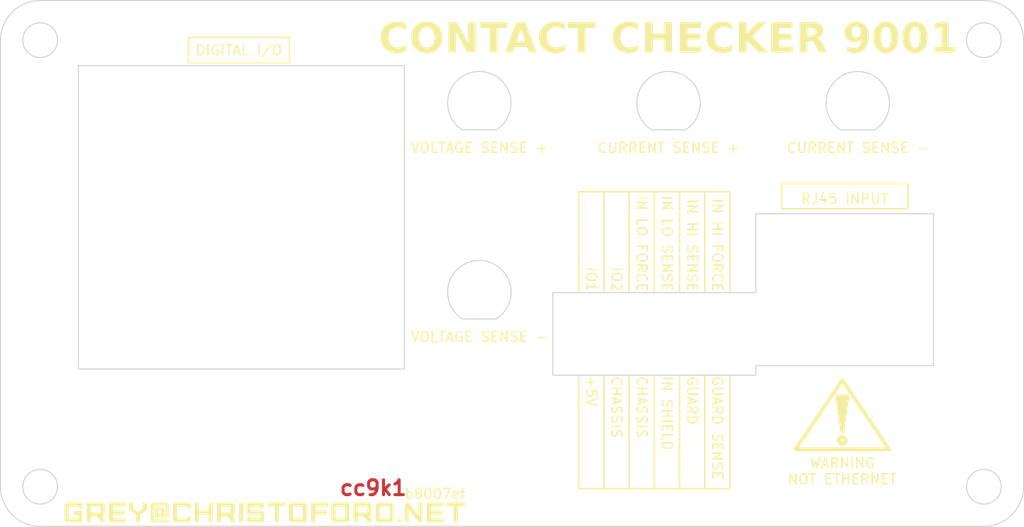
<source format=kicad_pcb>
(kicad_pcb (version 20221018) (generator pcbnew)
  (layers (0 "F.Cu" signal) (31 "B.Cu" signal) (34 "B.Paste" user) (35 "F.Paste" user) (36 "B.SilkS" user "B.Silkscreen") (37 "F.SilkS" user "F.Silkscreen") (38 "B.Mask" user) (39 "F.Mask" user) (44 "Edge.Cuts" user))
  (net 0 "")
  (footprint "custom:logo" (layer "F.Cu") (at 120.552037 68.090306)
    (fp_text reference "G***" hide)
    (fp_text value "LOGO" hide)
    (fp_poly (pts (xy -2.59027 -1.023438) (xy -2.59027 0.976563) (xy -2.190497 0.976563) (xy -2.190497 -1.023438)) (stroke (width 0.001)) (fill solid) (layer "F.SilkS"))
    (fp_poly (pts (xy 13.368472 0.57684) (xy 13.368472 0.976563) (xy 13.768246 0.976563) (xy 13.768246 0.57684)) (stroke (width 0.001)) (fill solid) (layer "F.SilkS"))
    (fp_poly (pts (xy 2.086554 -0.623664) (xy 2.086554 -1.023438) (xy 0.29333 -1.023438) (xy 0.29333 -0.623664) (xy 0.992907 -0.623664) (xy 0.992907 0.976563) (xy 1.392681 0.976563) (xy 1.392681 -0.623664)) (stroke (width 0.001)) (fill solid) (layer "F.SilkS"))
    (fp_poly (pts (xy 18.317383 -1.023438) (xy 18.317383 -0.623664) (xy 19.016961 -0.623664) (xy 19.016961 0.976563) (xy 19.416735 0.976563) (xy 19.416735 -0.623664) (xy 20.110609 -0.623664) (xy 20.110609 -1.023438)) (stroke (width 0.001)) (fill solid) (layer "F.SilkS"))
    (fp_poly (pts (xy 6.257247 0.178967) (xy 6.257247 -0.220805) (xy 5.060814 -0.220805) (xy 5.060814 -0.623664) (xy 6.357165 -0.623664) (xy 6.357165 -1.023438) (xy 4.66104 -1.023438) (xy 4.66104 0.976563) (xy 5.060814 0.976563) (xy 5.060814 0.178967)) (stroke (width 0.001)) (fill solid) (layer "F.SilkS"))
    (fp_poly (pts (xy 14.071803 0.976563) (xy 14.471577 0.976563) (xy 14.471577 -0.35773) (xy 15.468133 0.976563) (xy 15.865029 0.976563) (xy 15.865029 -1.023438) (xy 15.468133 -1.023438) (xy 15.468133 0.308028) (xy 14.471577 -1.023438) (xy 14.071803 -1.023438)) (stroke (width 0.001)) (fill solid) (layer "F.SilkS"))
    (fp_poly (pts (xy -15.300576 0.178967) (xy -14.104132 0.178967) (xy -14.104132 -0.220805) (xy -15.300576 -0.220805) (xy -15.300576 -0.623664) (xy -14.004215 -0.623664) (xy -14.004215 -1.023438) (xy -15.70035 -1.023438) (xy -15.70035 0.976563) (xy -14.004215 0.976563) (xy -14.004215 0.57684) (xy -15.300576 0.57684)) (stroke (width 0.001)) (fill solid) (layer "F.SilkS"))
    (fp_poly (pts (xy -6.656661 -1.023438) (xy -7.056435 -1.023438) (xy -7.056435 0.976563) (xy -6.656661 0.976563) (xy -6.656661 0.178967) (xy -5.660105 0.178967) (xy -5.660105 0.976563) (xy -5.263209 0.976563) (xy -5.263209 -1.023438) (xy -5.660105 -1.023438) (xy -5.660105 -0.220805) (xy -6.656661 -0.220805)) (stroke (width 0.001)) (fill solid) (layer "F.SilkS"))
    (fp_poly (pts (xy 18.001028 0.976563) (xy 18.001028 0.57684) (xy 16.704667 0.57684) (xy 16.704667 0.178967) (xy 17.90111 0.178967) (xy 17.90111 -0.220805) (xy 16.704667 -0.220805) (xy 16.704667 -0.623664) (xy 18.001028 -0.623664) (xy 18.001028 -1.023438) (xy 16.304893 -1.023438) (xy 16.304893 0.976563)) (stroke (width 0.001)) (fill solid) (layer "F.SilkS"))
    (fp_poly (pts (xy -12.765625 -0.109117) (xy -13.259611 -0.446289) (xy -13.259611 -1.023438) (xy -13.659385 -1.023438) (xy -13.659385 -0.277704) (xy -12.959807 0.222296) (xy -12.959807 0.976563) (xy -12.56286 0.976563) (xy -12.56286 0.222296) (xy -11.86616 -0.277704) (xy -11.86616 -1.023438) (xy -12.263055 -1.023438) (xy -12.263055 -0.446289)) (stroke (width 0.001)) (fill solid) (layer "F.SilkS"))
    (fp_poly (pts (xy 4.221186 -0.820672) (xy 4.024178 -1.023438) (xy 2.625021 -1.023438) (xy 2.827734 0.57684) (xy 2.827734 -0.623664) (xy 3.824291 -0.623664) (xy 3.824291 0.57684) (xy 2.827734 0.57684) (xy 2.625021 -1.023438) (xy 2.427961 -0.820672) (xy 2.427961 0.779554) (xy 2.625021 0.976563) (xy 4.024178 0.976563) (xy 4.221186 0.779554)) (stroke (width 0.001)) (fill solid) (layer "F.SilkS"))
    (fp_poly (pts (xy 8.491005 -0.820672) (xy 8.293997 -1.023438) (xy 6.89484 -1.023438) (xy 6.69778 -0.820672) (xy 7.097553 -0.623664) (xy 8.09411 -0.623664) (xy 8.09411 0.57684) (xy 7.097553 0.57684) (xy 7.097553 -0.623664) (xy 6.69778 -0.820672) (xy 6.69778 0.779554) (xy 6.89484 0.976563) (xy 8.293997 0.976563) (xy 8.491005 0.779554)) (stroke (width 0.001)) (fill solid) (layer "F.SilkS"))
    (fp_poly (pts (xy 12.957185 -0.820672) (xy 12.760177 -1.023438) (xy 11.36102 -1.023438) (xy 11.16396 -0.820672) (xy 11.563734 -0.623664) (xy 12.56029 -0.623664) (xy 12.56029 0.57684) (xy 11.563734 0.57684) (xy 11.563734 -0.623664) (xy 11.16396 -0.820672) (xy 11.16396 0.779554) (xy 11.36102 0.976563) (xy 12.760177 0.976563) (xy 12.957185 0.779554)) (stroke (width 0.001)) (fill solid) (layer "F.SilkS"))
    (fp_poly (pts (xy -8.859015 -0.623664) (xy -7.862459 -0.623664) (xy -7.862459 -0.423777) (xy -7.465563 -0.423777) (xy -7.465563 -0.820672) (xy -7.662572 -1.023438) (xy -9.061729 -1.023438) (xy -9.258789 -0.820672) (xy -9.258789 0.779554) (xy -9.061729 0.976563) (xy -7.662572 0.976563) (xy -7.465563 0.779554) (xy -7.465563 0.37978) (xy -7.862459 0.37978) (xy -7.862459 0.57684) (xy -8.859015 0.57684)) (stroke (width 0.001)) (fill solid) (layer "F.SilkS"))
    (fp_poly (pts (xy -18.373304 -0.16987) (xy -19.272769 -0.16987) (xy -19.272769 0.229851) (xy -18.770199 0.229851) (xy -18.770199 0.57684) (xy -19.766756 0.57684) (xy -19.766756 -0.623664) (xy -18.770199 -0.623664) (xy -18.770199 -0.423777) (xy -18.373304 -0.423777) (xy -18.373304 -0.820672) (xy -18.570313 -1.023438) (xy -19.96947 -1.023438) (xy -20.16653 -0.820672) (xy -20.16653 0.779554) (xy -19.96947 0.976563) (xy -18.570313 0.976563) (xy -18.373304 0.779554)) (stroke (width 0.001)) (fill solid) (layer "F.SilkS"))
    (fp_poly (pts (xy -17.533666 0.379625) (xy -16.936883 0.379625) (xy -16.736996 0.576737) (xy -16.537109 0.779502) (xy -16.537109 0.976563) (xy -16.140214 0.976563) (xy -16.140214 0.576737) (xy -16.337222 0.379625) (xy -16.140214 0.179738) (xy -16.140214 -0.820672) (xy -16.337222 -1.023438) (xy -17.93344 -1.023438) (xy -17.93344 0.976563) (xy -17.533666 0.976563) (xy -17.533666 -0.623664) (xy -16.537109 -0.623664) (xy -16.537109 -0.020148) (xy -17.533666 -0.020148)) (stroke (width 0.001)) (fill solid) (layer "F.SilkS"))
    (fp_poly (pts (xy -3.826794 0.379625) (xy -3.626907 0.576737) (xy -3.42702 0.779502) (xy -3.42702 0.976563) (xy -3.030124 0.976563) (xy -3.030124 0.576737) (xy -3.227133 0.379625) (xy -3.030124 0.179738) (xy -3.030124 -0.820672) (xy -3.227133 -1.023438) (xy -4.82335 -1.023438) (xy -4.82335 0.976563) (xy -4.423576 0.976563) (xy -4.423576 -0.623664) (xy -3.42702 -0.623664) (xy -3.42702 -0.020148) (xy -4.423576 -0.020148) (xy -4.423576 -0.623664) (xy -4.423576 0.379625) (xy -3.826794 0.379625)) (stroke (width 0.001)) (fill solid) (layer "F.SilkS"))
    (fp_poly (pts (xy 10.527087 -1.023438) (xy 8.93087 -1.023438) (xy 8.93087 0.976563) (xy 9.330644 0.976563) (xy 9.330644 -0.623664) (xy 10.3272 -0.623664) (xy 10.3272 -0.020148) (xy 9.330644 -0.020148) (xy 9.330644 -0.623664) (xy 9.330644 0.976563) (xy 9.330644 0.379625) (xy 9.927426 0.379625) (xy 10.127313 0.576737) (xy 10.3272 0.779502) (xy 10.3272 0.976563) (xy 10.724095 0.976563) (xy 10.724095 0.576737) (xy 10.527087 0.379625) (xy 10.724095 0.179738) (xy 10.724095 -0.820672)) (stroke (width 0.001)) (fill solid) (layer "F.SilkS"))
    (fp_poly (pts (xy -0.060892 -0.024208) (xy -0.257901 -0.224095) (xy -1.454343 -0.224095) (xy -1.454343 -0.623664) (xy -0.457788 -0.623664) (xy -0.457788 -0.423777) (xy -0.060892 -0.423777) (xy -0.060892 -0.820672) (xy -0.257901 -1.023438) (xy -1.657057 -1.023438) (xy -1.854117 -0.820672) (xy -1.854117 0.035773) (xy -1.657057 0.178557) (xy -0.457788 0.178557) (xy -0.457788 0.57684) (xy -1.454343 0.57684) (xy -1.454343 0.379111) (xy -1.854117 0.379111) (xy -1.854117 0.779554) (xy -1.657057 0.976563) (xy -0.257901 0.976563) (xy -0.060892 0.779554)) (stroke (width 0.001)) (fill solid) (layer "F.SilkS"))
    (fp_poly (pts (xy -9.698653 0.673931) (xy -11.189196 0.673931) (xy -11.189196 -0.72646) (xy -9.992753 -0.72646) (xy -9.992753 0.179173) (xy -10.144069 0.179173) (xy -10.144069 -0.530016) (xy -11.037829 -0.530016) (xy -11.037829 0.473273) (xy -10.743729 0.167763) (xy -10.743729 -0.227333) (xy -10.43822 -0.227333) (xy -10.43822 0.167763) (xy -10.743729 0.167763) (xy -11.037829 0.473273) (xy -9.698653 0.473273) (xy -9.698653 -0.820672) (xy -9.895662 -1.023438) (xy -11.294819 -1.023438) (xy -11.491879 -0.820672) (xy -11.491879 0.779554) (xy -11.294819 0.976563) (xy -9.698653 0.976563)) (stroke (width 0.001)) (fill solid) (layer "F.SilkS"))
  )
  (footprint "Symbol:Symbol_Attention_CopperTop_Small" (layer "F.Cu") (at 178.690037 58.899306)
    (fp_text reference "REF**" hide)
    (fp_text value "Symbol_Attention_CopperTop_Small" hide)
    (fp_line (start -4.699 2.794) (end 0 -4.191) (stroke (width 0.381)) (layer "F.SilkS"))
    (fp_line (start -0.508 -2.54) (end 0 -2.54) (stroke (width 0.381)) (layer "F.SilkS"))
    (fp_line (start 0 -4.191) (end 4.699 2.794) (stroke (width 0.381)) (layer "F.SilkS"))
    (fp_line (start 0 -2.54) (end 0.508 -2.54) (stroke (width 0.381)) (layer "F.SilkS"))
    (fp_line (start 0 0.889) (end 0.127 -2.54) (stroke (width 0.381)) (layer "F.SilkS"))
    (fp_line (start 0 1.016) (end -0.508 -2.54) (stroke (width 0.381)) (layer "F.SilkS"))
    (fp_line (start 0 1.016) (end -0.127 -2.54) (stroke (width 0.381)) (layer "F.SilkS"))
    (fp_line (start 0.508 -2.54) (end 0 1.016) (stroke (width 0.381)) (layer "F.SilkS"))
    (fp_line (start 4.699 2.794) (end -4.699 2.794) (stroke (width 0.381)) (layer "F.SilkS"))
    (fp_circle (center 0 1.905) (end 0.127 1.905) (stroke (width 0.381)) (fill none) (layer "F.SilkS"))
    (fp_circle (center 0 1.905) (end 0.35921 1.905) (stroke (width 0.381)) (fill none) (layer "F.SilkS"))
  )
  (gr_line (start 167.381037 35.739306) (end 167.381037 45.899306) (stroke (width 0.15)) (layer "F.SilkS"))
  (gr_line (start 154.681037 45.899306) (end 154.681037 35.739306) (stroke (width 0.15)) (layer "F.SilkS"))
  (gr_line (start 152.141037 65.660306) (end 167.381037 65.660306) (stroke (width 0.15)) (layer "F.SilkS"))
  (gr_line (start 172.582037 37.459) (end 172.582037 34.919) (stroke (width 0.15)) (layer "F.SilkS"))
  (gr_line (start 159.761037 54.230306) (end 159.761037 65.660306) (stroke (width 0.15)) (layer "F.SilkS"))
  (gr_line (start 123.012037 20.189) (end 112.852037 20.189) (stroke (width 0.15)) (layer "F.SilkS"))
  (gr_line (start 154.681037 54.230306) (end 154.681037 65.660306) (stroke (width 0.15)) (layer "F.SilkS"))
  (gr_line (start 185.282037 34.919) (end 185.282037 37.459) (stroke (width 0.15)) (layer "F.SilkS"))
  (gr_line (start 162.301037 35.739306) (end 162.301037 45.899306) (stroke (width 0.15)) (layer "F.SilkS"))
  (gr_line (start 159.761037 35.739306) (end 159.761037 45.899306) (stroke (width 0.15)) (layer "F.SilkS"))
  (gr_line (start 185.282037 37.459) (end 172.582037 37.459) (stroke (width 0.15)) (layer "F.SilkS"))
  (gr_line (start 112.852037 20.189) (end 112.852037 22.729) (stroke (width 0.15)) (layer "F.SilkS"))
  (gr_line (start 123.012037 22.729) (end 112.852037 22.729) (stroke (width 0.15)) (layer "F.SilkS"))
  (gr_line (start 167.381037 35.739306) (end 152.141037 35.739306) (stroke (width 0.15)) (layer "F.SilkS"))
  (gr_line (start 152.141037 54.230306) (end 152.141037 65.660306) (stroke (width 0.15)) (layer "F.SilkS"))
  (gr_line (start 157.221037 54.230306) (end 157.221037 65.660306) (stroke (width 0.15)) (layer "F.SilkS"))
  (gr_line (start 123.012037 22.729) (end 123.012037 20.189) (stroke (width 0.15)) (layer "F.SilkS"))
  (gr_line (start 164.841037 54.230306) (end 164.841037 65.660306) (stroke (width 0.15)) (layer "F.SilkS"))
  (gr_line (start 162.301037 54.230306) (end 162.301037 65.660306) (stroke (width 0.15)) (layer "F.SilkS"))
  (gr_line (start 164.841037 35.739306) (end 164.841037 45.899306) (stroke (width 0.15)) (layer "F.SilkS"))
  (gr_line (start 167.381037 65.660306) (end 167.381037 54.230306) (stroke (width 0.15)) (layer "F.SilkS"))
  (gr_line (start 157.221037 45.899306) (end 157.221037 35.739306) (stroke (width 0.15)) (layer "F.SilkS"))
  (gr_line (start 152.141037 35.739306) (end 152.141037 45.899306) (stroke (width 0.15)) (layer "F.SilkS"))
  (gr_line (start 172.582037 34.919) (end 185.282037 34.919) (stroke (width 0.15)) (layer "F.SilkS"))
  (gr_line (start 180.242037 29.515306) (end 178.542037 29.515306) (stroke (width 0.1)) (layer "Edge.Cuts"))
  (gr_circle (center 192.942037 65.465306) (end 194.692037 65.465306) (stroke (width 0.1)) (fill none) (layer "Edge.Cuts"))
  (gr_arc (start 97.932037 69.459) (mid 95.10361 68.287427) (end 93.932037 65.459) (stroke (width 0.1)) (layer "Edge.Cuts"))
  (gr_line (start 169.980037 37.954306) (end 169.980037 45.899306) (stroke (width 0.1)) (layer "Edge.Cuts"))
  (gr_line (start 192.932037 16.465306) (end 97.932037 16.465306) (stroke (width 0.1)) (layer "Edge.Cuts"))
  (gr_line (start 93.932037 20.465306) (end 93.932037 65.459) (stroke (width 0.1)) (layer "Edge.Cuts"))
  (gr_line (start 142.142037 29.505917) (end 143.842037 29.505917) (stroke (width 0.1)) (layer "Edge.Cuts"))
  (gr_line (start 180.242037 29.515306) (end 181.942037 29.515306) (stroke (width 0.1)) (layer "Edge.Cuts"))
  (gr_line (start 161.192037 29.505917) (end 159.492037 29.505917) (stroke (width 0.1)) (layer "Edge.Cuts"))
  (gr_line (start 101.778037 23.032306) (end 101.778037 53.606806) (stroke (width 0.1)) (layer "Edge.Cuts"))
  (gr_line (start 169.980037 54.230306) (end 169.980037 53.254806) (stroke (width 0.1)) (layer "Edge.Cuts"))
  (gr_line (start 97.932037 69.459) (end 192.932037 69.459) (stroke (width 0.1)) (layer "Edge.Cuts"))
  (gr_line (start 161.192037 29.505917) (end 162.892037 29.505917) (stroke (width 0.1)) (layer "Edge.Cuts"))
  (gr_line (start 142.142037 48.555917) (end 140.442037 48.555917) (stroke (width 0.1)) (layer "Edge.Cuts"))
  (gr_circle (center 192.942037 20.465306) (end 194.692037 20.465306) (stroke (width 0.1)) (fill none) (layer "Edge.Cuts"))
  (gr_line (start 187.860037 53.254806) (end 187.860037 37.954306) (stroke (width 0.1)) (layer "Edge.Cuts"))
  (gr_circle (center 97.922037 20.465306) (end 99.672037 20.465306) (stroke (width 0.1)) (fill none) (layer "Edge.Cuts"))
  (gr_line (start 196.932037 65.459) (end 196.932037 20.465306) (stroke (width 0.1)) (layer "Edge.Cuts"))
  (gr_arc (start 140.442037 48.555917) (mid 142.142037 42.665306) (end 143.842037 48.555917) (stroke (width 0.1)) (layer "Edge.Cuts"))
  (gr_line (start 134.588037 53.606806) (end 134.588037 23.032306) (stroke (width 0.1)) (layer "Edge.Cuts"))
  (gr_line (start 187.860037 37.954306) (end 169.980037 37.954306) (stroke (width 0.1)) (layer "Edge.Cuts"))
  (gr_line (start 149.542037 45.899306) (end 149.542037 54.230306) (stroke (width 0.1)) (layer "Edge.Cuts"))
  (gr_arc (start 93.932037 20.465306) (mid 95.10361 17.636879) (end 97.932037 16.465306) (stroke (width 0.1)) (layer "Edge.Cuts"))
  (gr_arc (start 159.492037 29.505917) (mid 161.192037 23.615306) (end 162.892037 29.505917) (stroke (width 0.1)) (layer "Edge.Cuts"))
  (gr_arc (start 140.442037 29.505917) (mid 142.142037 23.615306) (end 143.842037 29.505917) (stroke (width 0.1)) (layer "Edge.Cuts"))
  (gr_line (start 169.980037 53.254806) (end 187.860037 53.254806) (stroke (width 0.1)) (layer "Edge.Cuts"))
  (gr_arc (start 178.542037 29.515306) (mid 180.242037 23.624695) (end 181.942037 29.515306) (stroke (width 0.1)) (layer "Edge.Cuts"))
  (gr_circle (center 97.922037 65.465306) (end 99.672037 65.465306) (stroke (width 0.1)) (fill none) (layer "Edge.Cuts"))
  (gr_line (start 142.142037 48.555917) (end 143.842037 48.555917) (stroke (width 0.1)) (layer "Edge.Cuts"))
  (gr_line (start 169.980037 45.899306) (end 149.542037 45.899306) (stroke (width 0.1)) (layer "Edge.Cuts"))
  (gr_line (start 101.778037 53.606806) (end 134.588037 53.606806) (stroke (width 0.1)) (layer "Edge.Cuts"))
  (gr_line (start 142.142037 29.505917) (end 140.442037 29.505917) (stroke (width 0.1)) (layer "Edge.Cuts"))
  (gr_line (start 134.588037 23.032306) (end 101.778037 23.032306) (stroke (width 0.1)) (layer "Edge.Cuts"))
  (gr_arc (start 192.932037 16.465306) (mid 195.760464 17.636879) (end 196.932037 20.465306) (stroke (width 0.1)) (layer "Edge.Cuts"))
  (gr_arc (start 196.932037 65.459) (mid 195.760466 68.287431) (end 192.932037 69.459) (stroke (width 0.1)) (layer "Edge.Cuts"))
  (gr_line (start 149.542037 54.230306) (end 169.980037 54.230306) (stroke (width 0.1)) (layer "Edge.Cuts"))
  (gr_text "cc9k1" (at 127.942037 66.465306) (layer "F.Cu") (effects (font (size 1.5 1.5) (thickness 0.3) bold) (justify left bottom)))
  (gr_text "GUARD" (at 163.571037 54.230306 270) (layer "F.SilkS") (effects (font (size 1 1)) (justify left)))
  (gr_text "IN LO FORCE" (at 158.491037 45.899306 270) (layer "F.SilkS") (effects (font (size 1 1)) (justify right)))
  (gr_text "CHASSIS" (at 155.951037 54.230306 270) (layer "F.SilkS") (effects (font (size 1 1)) (justify left)))
  (gr_text "DIGITAL I/O" (at 117.932037 21.459) (layer "F.SilkS") (effects (font (size 1 1))))
  (gr_text "IO2" (at 155.951037 45.899306 270) (layer "F.SilkS") (effects (font (size 1 1)) (justify right)))
  (gr_text "CURRENT SENSE +" (at 161.192037 31.895306) (layer "F.SilkS") (effects (font (size 1 1)) (justify bottom)))
  (gr_text "WARNING\nNOT ETHERNET" (at 178.690037 63.899306) (layer "F.SilkS") (effects (font (size 1 1))))
  (gr_text "RJ45 INPUT" (at 178.932037 36.459) (layer "F.SilkS") (effects (font (size 1 1))))
  (gr_text "CONTACT CHECKER 9001" (at 161.192037 20.465306) (layer "F.SilkS") (effects (font (size 3 3) (thickness 0.6) bold)))
  (gr_text "VOLTAGE SENSE -" (at 142.142037 50.945306) (layer "F.SilkS") (effects (font (size 1 1)) (justify bottom)))
  (gr_text "IO1" (at 153.411037 45.899306 270) (layer "F.SilkS") (effects (font (size 1 1)) (justify right)))
  (gr_text "VOLTAGE SENSE +" (at 142.142037 31.895306) (layer "F.SilkS") (effects (font (size 1 1)) (justify bottom)))
  (gr_text "b8007ef" (at 137.697037 66.185306) (layer "F.SilkS") (effects (font (size 1 1))))
  (gr_text "+5V" (at 153.411037 54.230306 270) (layer "F.SilkS") (effects (font (size 1 1)) (justify left)))
  (gr_text "CHASSIS" (at 158.491037 54.230306 270) (layer "F.SilkS") (effects (font (size 1 1)) (justify left)))
  (gr_text "IN HI FORCE" (at 166.111037 45.899306 270) (layer "F.SilkS") (effects (font (size 1 1)) (justify right)))
  (gr_text "IN HI SENSE" (at 163.571037 45.899306 270) (layer "F.SilkS") (effects (font (size 1 1)) (justify right)))
  (gr_text "CURRENT SENSE -" (at 180.242037 31.895306) (layer "F.SilkS") (effects (font (size 1 1)) (justify bottom)))
  (gr_text "GUARD SENSE" (at 166.111037 54.230306 270) (layer "F.SilkS") (effects (font (size 1 1)) (justify left)))
  (gr_text "IN SHIELD" (at 161.031037 54.230306 270) (layer "F.SilkS") (effects (font (size 1 1)) (justify left)))
  (gr_text "IN LO SENSE" (at 161.031037 45.899306 270) (layer "F.SilkS") (effects (font (size 1 1)) (justify right)))
)
</source>
